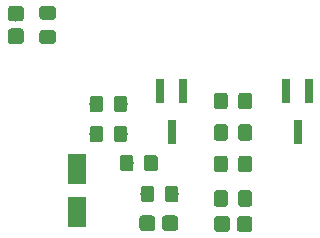
<source format=gbr>
G04 #@! TF.GenerationSoftware,KiCad,Pcbnew,5.0.0-fee4fd1~66~ubuntu18.04.1*
G04 #@! TF.CreationDate,2018-10-10T23:42:05+08:00*
G04 #@! TF.ProjectId,Solid State Relay Kit,536F6C69642053746174652052656C61,rev?*
G04 #@! TF.SameCoordinates,Original*
G04 #@! TF.FileFunction,Paste,Top*
G04 #@! TF.FilePolarity,Positive*
%FSLAX46Y46*%
G04 Gerber Fmt 4.6, Leading zero omitted, Abs format (unit mm)*
G04 Created by KiCad (PCBNEW 5.0.0-fee4fd1~66~ubuntu18.04.1) date Wed Oct 10 23:42:05 2018*
%MOMM*%
%LPD*%
G01*
G04 APERTURE LIST*
%ADD10C,0.100000*%
%ADD11C,1.150000*%
%ADD12R,1.600000X2.600000*%
%ADD13C,1.300000*%
%ADD14R,0.650000X2.000000*%
G04 APERTURE END LIST*
D10*
G04 #@! TO.C,R2*
G36*
X38558910Y-35496202D02*
X38583135Y-35499795D01*
X38606891Y-35505746D01*
X38629949Y-35513996D01*
X38652087Y-35524467D01*
X38673093Y-35537057D01*
X38692763Y-35551645D01*
X38710908Y-35568092D01*
X38727355Y-35586237D01*
X38741943Y-35605907D01*
X38754533Y-35626913D01*
X38765004Y-35649051D01*
X38773254Y-35672109D01*
X38779205Y-35695865D01*
X38782798Y-35720090D01*
X38784000Y-35744550D01*
X38784000Y-36645450D01*
X38782798Y-36669910D01*
X38779205Y-36694135D01*
X38773254Y-36717891D01*
X38765004Y-36740949D01*
X38754533Y-36763087D01*
X38741943Y-36784093D01*
X38727355Y-36803763D01*
X38710908Y-36821908D01*
X38692763Y-36838355D01*
X38673093Y-36852943D01*
X38652087Y-36865533D01*
X38629949Y-36876004D01*
X38606891Y-36884254D01*
X38583135Y-36890205D01*
X38558910Y-36893798D01*
X38534450Y-36895000D01*
X37883550Y-36895000D01*
X37859090Y-36893798D01*
X37834865Y-36890205D01*
X37811109Y-36884254D01*
X37788051Y-36876004D01*
X37765913Y-36865533D01*
X37744907Y-36852943D01*
X37725237Y-36838355D01*
X37707092Y-36821908D01*
X37690645Y-36803763D01*
X37676057Y-36784093D01*
X37663467Y-36763087D01*
X37652996Y-36740949D01*
X37644746Y-36717891D01*
X37638795Y-36694135D01*
X37635202Y-36669910D01*
X37634000Y-36645450D01*
X37634000Y-35744550D01*
X37635202Y-35720090D01*
X37638795Y-35695865D01*
X37644746Y-35672109D01*
X37652996Y-35649051D01*
X37663467Y-35626913D01*
X37676057Y-35605907D01*
X37690645Y-35586237D01*
X37707092Y-35568092D01*
X37725237Y-35551645D01*
X37744907Y-35537057D01*
X37765913Y-35524467D01*
X37788051Y-35513996D01*
X37811109Y-35505746D01*
X37834865Y-35499795D01*
X37859090Y-35496202D01*
X37883550Y-35495000D01*
X38534450Y-35495000D01*
X38558910Y-35496202D01*
X38558910Y-35496202D01*
G37*
D11*
X38209000Y-36195000D03*
D10*
G36*
X40608505Y-35496204D02*
X40632773Y-35499804D01*
X40656572Y-35505765D01*
X40679671Y-35514030D01*
X40701850Y-35524520D01*
X40722893Y-35537132D01*
X40742599Y-35551747D01*
X40760777Y-35568223D01*
X40777253Y-35586401D01*
X40791868Y-35606107D01*
X40804480Y-35627150D01*
X40814970Y-35649329D01*
X40823235Y-35672428D01*
X40829196Y-35696227D01*
X40832796Y-35720495D01*
X40834000Y-35744999D01*
X40834000Y-36645001D01*
X40832796Y-36669505D01*
X40829196Y-36693773D01*
X40823235Y-36717572D01*
X40814970Y-36740671D01*
X40804480Y-36762850D01*
X40791868Y-36783893D01*
X40777253Y-36803599D01*
X40760777Y-36821777D01*
X40742599Y-36838253D01*
X40722893Y-36852868D01*
X40701850Y-36865480D01*
X40679671Y-36875970D01*
X40656572Y-36884235D01*
X40632773Y-36890196D01*
X40608505Y-36893796D01*
X40584001Y-36895000D01*
X39933999Y-36895000D01*
X39909495Y-36893796D01*
X39885227Y-36890196D01*
X39861428Y-36884235D01*
X39838329Y-36875970D01*
X39816150Y-36865480D01*
X39795107Y-36852868D01*
X39775401Y-36838253D01*
X39757223Y-36821777D01*
X39740747Y-36803599D01*
X39726132Y-36783893D01*
X39713520Y-36762850D01*
X39703030Y-36740671D01*
X39694765Y-36717572D01*
X39688804Y-36693773D01*
X39685204Y-36669505D01*
X39684000Y-36645001D01*
X39684000Y-35744999D01*
X39685204Y-35720495D01*
X39688804Y-35696227D01*
X39694765Y-35672428D01*
X39703030Y-35649329D01*
X39713520Y-35627150D01*
X39726132Y-35606107D01*
X39740747Y-35586401D01*
X39757223Y-35568223D01*
X39775401Y-35551747D01*
X39795107Y-35537132D01*
X39816150Y-35524520D01*
X39838329Y-35514030D01*
X39861428Y-35505765D01*
X39885227Y-35499804D01*
X39909495Y-35496204D01*
X39933999Y-35495000D01*
X40584001Y-35495000D01*
X40608505Y-35496204D01*
X40608505Y-35496204D01*
G37*
D11*
X40259000Y-36195000D03*
G04 #@! TD*
D12*
G04 #@! TO.C,C1*
X36601400Y-41735600D03*
X36601400Y-45335600D03*
G04 #@! TD*
D10*
G04 #@! TO.C,D3*
G36*
X49279504Y-45706204D02*
X49303773Y-45709804D01*
X49327571Y-45715765D01*
X49350671Y-45724030D01*
X49372849Y-45734520D01*
X49393893Y-45747133D01*
X49413598Y-45761747D01*
X49431777Y-45778223D01*
X49448253Y-45796402D01*
X49462867Y-45816107D01*
X49475480Y-45837151D01*
X49485970Y-45859329D01*
X49494235Y-45882429D01*
X49500196Y-45906227D01*
X49503796Y-45930496D01*
X49505000Y-45955000D01*
X49505000Y-46755000D01*
X49503796Y-46779504D01*
X49500196Y-46803773D01*
X49494235Y-46827571D01*
X49485970Y-46850671D01*
X49475480Y-46872849D01*
X49462867Y-46893893D01*
X49448253Y-46913598D01*
X49431777Y-46931777D01*
X49413598Y-46948253D01*
X49393893Y-46962867D01*
X49372849Y-46975480D01*
X49350671Y-46985970D01*
X49327571Y-46994235D01*
X49303773Y-47000196D01*
X49279504Y-47003796D01*
X49255000Y-47005000D01*
X48430000Y-47005000D01*
X48405496Y-47003796D01*
X48381227Y-47000196D01*
X48357429Y-46994235D01*
X48334329Y-46985970D01*
X48312151Y-46975480D01*
X48291107Y-46962867D01*
X48271402Y-46948253D01*
X48253223Y-46931777D01*
X48236747Y-46913598D01*
X48222133Y-46893893D01*
X48209520Y-46872849D01*
X48199030Y-46850671D01*
X48190765Y-46827571D01*
X48184804Y-46803773D01*
X48181204Y-46779504D01*
X48180000Y-46755000D01*
X48180000Y-45955000D01*
X48181204Y-45930496D01*
X48184804Y-45906227D01*
X48190765Y-45882429D01*
X48199030Y-45859329D01*
X48209520Y-45837151D01*
X48222133Y-45816107D01*
X48236747Y-45796402D01*
X48253223Y-45778223D01*
X48271402Y-45761747D01*
X48291107Y-45747133D01*
X48312151Y-45734520D01*
X48334329Y-45724030D01*
X48357429Y-45715765D01*
X48381227Y-45709804D01*
X48405496Y-45706204D01*
X48430000Y-45705000D01*
X49255000Y-45705000D01*
X49279504Y-45706204D01*
X49279504Y-45706204D01*
G37*
D13*
X48842500Y-46355000D03*
D10*
G36*
X51204504Y-45706204D02*
X51228773Y-45709804D01*
X51252571Y-45715765D01*
X51275671Y-45724030D01*
X51297849Y-45734520D01*
X51318893Y-45747133D01*
X51338598Y-45761747D01*
X51356777Y-45778223D01*
X51373253Y-45796402D01*
X51387867Y-45816107D01*
X51400480Y-45837151D01*
X51410970Y-45859329D01*
X51419235Y-45882429D01*
X51425196Y-45906227D01*
X51428796Y-45930496D01*
X51430000Y-45955000D01*
X51430000Y-46755000D01*
X51428796Y-46779504D01*
X51425196Y-46803773D01*
X51419235Y-46827571D01*
X51410970Y-46850671D01*
X51400480Y-46872849D01*
X51387867Y-46893893D01*
X51373253Y-46913598D01*
X51356777Y-46931777D01*
X51338598Y-46948253D01*
X51318893Y-46962867D01*
X51297849Y-46975480D01*
X51275671Y-46985970D01*
X51252571Y-46994235D01*
X51228773Y-47000196D01*
X51204504Y-47003796D01*
X51180000Y-47005000D01*
X50355000Y-47005000D01*
X50330496Y-47003796D01*
X50306227Y-47000196D01*
X50282429Y-46994235D01*
X50259329Y-46985970D01*
X50237151Y-46975480D01*
X50216107Y-46962867D01*
X50196402Y-46948253D01*
X50178223Y-46931777D01*
X50161747Y-46913598D01*
X50147133Y-46893893D01*
X50134520Y-46872849D01*
X50124030Y-46850671D01*
X50115765Y-46827571D01*
X50109804Y-46803773D01*
X50106204Y-46779504D01*
X50105000Y-46755000D01*
X50105000Y-45955000D01*
X50106204Y-45930496D01*
X50109804Y-45906227D01*
X50115765Y-45882429D01*
X50124030Y-45859329D01*
X50134520Y-45837151D01*
X50147133Y-45816107D01*
X50161747Y-45796402D01*
X50178223Y-45778223D01*
X50196402Y-45761747D01*
X50216107Y-45747133D01*
X50237151Y-45734520D01*
X50259329Y-45724030D01*
X50282429Y-45715765D01*
X50306227Y-45709804D01*
X50330496Y-45706204D01*
X50355000Y-45705000D01*
X51180000Y-45705000D01*
X51204504Y-45706204D01*
X51204504Y-45706204D01*
G37*
D13*
X50767500Y-46355000D03*
G04 #@! TD*
D14*
G04 #@! TO.C,Q2*
X56195000Y-35120000D03*
X54295000Y-35120000D03*
X55245000Y-38540000D03*
G04 #@! TD*
D10*
G04 #@! TO.C,R9*
G36*
X51149505Y-40576204D02*
X51173773Y-40579804D01*
X51197572Y-40585765D01*
X51220671Y-40594030D01*
X51242850Y-40604520D01*
X51263893Y-40617132D01*
X51283599Y-40631747D01*
X51301777Y-40648223D01*
X51318253Y-40666401D01*
X51332868Y-40686107D01*
X51345480Y-40707150D01*
X51355970Y-40729329D01*
X51364235Y-40752428D01*
X51370196Y-40776227D01*
X51373796Y-40800495D01*
X51375000Y-40824999D01*
X51375000Y-41725001D01*
X51373796Y-41749505D01*
X51370196Y-41773773D01*
X51364235Y-41797572D01*
X51355970Y-41820671D01*
X51345480Y-41842850D01*
X51332868Y-41863893D01*
X51318253Y-41883599D01*
X51301777Y-41901777D01*
X51283599Y-41918253D01*
X51263893Y-41932868D01*
X51242850Y-41945480D01*
X51220671Y-41955970D01*
X51197572Y-41964235D01*
X51173773Y-41970196D01*
X51149505Y-41973796D01*
X51125001Y-41975000D01*
X50474999Y-41975000D01*
X50450495Y-41973796D01*
X50426227Y-41970196D01*
X50402428Y-41964235D01*
X50379329Y-41955970D01*
X50357150Y-41945480D01*
X50336107Y-41932868D01*
X50316401Y-41918253D01*
X50298223Y-41901777D01*
X50281747Y-41883599D01*
X50267132Y-41863893D01*
X50254520Y-41842850D01*
X50244030Y-41820671D01*
X50235765Y-41797572D01*
X50229804Y-41773773D01*
X50226204Y-41749505D01*
X50225000Y-41725001D01*
X50225000Y-40824999D01*
X50226204Y-40800495D01*
X50229804Y-40776227D01*
X50235765Y-40752428D01*
X50244030Y-40729329D01*
X50254520Y-40707150D01*
X50267132Y-40686107D01*
X50281747Y-40666401D01*
X50298223Y-40648223D01*
X50316401Y-40631747D01*
X50336107Y-40617132D01*
X50357150Y-40604520D01*
X50379329Y-40594030D01*
X50402428Y-40585765D01*
X50426227Y-40579804D01*
X50450495Y-40576204D01*
X50474999Y-40575000D01*
X51125001Y-40575000D01*
X51149505Y-40576204D01*
X51149505Y-40576204D01*
G37*
D11*
X50800000Y-41275000D03*
D10*
G36*
X49099505Y-40576204D02*
X49123773Y-40579804D01*
X49147572Y-40585765D01*
X49170671Y-40594030D01*
X49192850Y-40604520D01*
X49213893Y-40617132D01*
X49233599Y-40631747D01*
X49251777Y-40648223D01*
X49268253Y-40666401D01*
X49282868Y-40686107D01*
X49295480Y-40707150D01*
X49305970Y-40729329D01*
X49314235Y-40752428D01*
X49320196Y-40776227D01*
X49323796Y-40800495D01*
X49325000Y-40824999D01*
X49325000Y-41725001D01*
X49323796Y-41749505D01*
X49320196Y-41773773D01*
X49314235Y-41797572D01*
X49305970Y-41820671D01*
X49295480Y-41842850D01*
X49282868Y-41863893D01*
X49268253Y-41883599D01*
X49251777Y-41901777D01*
X49233599Y-41918253D01*
X49213893Y-41932868D01*
X49192850Y-41945480D01*
X49170671Y-41955970D01*
X49147572Y-41964235D01*
X49123773Y-41970196D01*
X49099505Y-41973796D01*
X49075001Y-41975000D01*
X48424999Y-41975000D01*
X48400495Y-41973796D01*
X48376227Y-41970196D01*
X48352428Y-41964235D01*
X48329329Y-41955970D01*
X48307150Y-41945480D01*
X48286107Y-41932868D01*
X48266401Y-41918253D01*
X48248223Y-41901777D01*
X48231747Y-41883599D01*
X48217132Y-41863893D01*
X48204520Y-41842850D01*
X48194030Y-41820671D01*
X48185765Y-41797572D01*
X48179804Y-41773773D01*
X48176204Y-41749505D01*
X48175000Y-41725001D01*
X48175000Y-40824999D01*
X48176204Y-40800495D01*
X48179804Y-40776227D01*
X48185765Y-40752428D01*
X48194030Y-40729329D01*
X48204520Y-40707150D01*
X48217132Y-40686107D01*
X48231747Y-40666401D01*
X48248223Y-40648223D01*
X48266401Y-40631747D01*
X48286107Y-40617132D01*
X48307150Y-40604520D01*
X48329329Y-40594030D01*
X48352428Y-40585765D01*
X48376227Y-40579804D01*
X48400495Y-40576204D01*
X48424999Y-40575000D01*
X49075001Y-40575000D01*
X49099505Y-40576204D01*
X49099505Y-40576204D01*
G37*
D11*
X48750000Y-41275000D03*
G04 #@! TD*
D10*
G04 #@! TO.C,R8*
G36*
X49099505Y-43497204D02*
X49123773Y-43500804D01*
X49147572Y-43506765D01*
X49170671Y-43515030D01*
X49192850Y-43525520D01*
X49213893Y-43538132D01*
X49233599Y-43552747D01*
X49251777Y-43569223D01*
X49268253Y-43587401D01*
X49282868Y-43607107D01*
X49295480Y-43628150D01*
X49305970Y-43650329D01*
X49314235Y-43673428D01*
X49320196Y-43697227D01*
X49323796Y-43721495D01*
X49325000Y-43745999D01*
X49325000Y-44646001D01*
X49323796Y-44670505D01*
X49320196Y-44694773D01*
X49314235Y-44718572D01*
X49305970Y-44741671D01*
X49295480Y-44763850D01*
X49282868Y-44784893D01*
X49268253Y-44804599D01*
X49251777Y-44822777D01*
X49233599Y-44839253D01*
X49213893Y-44853868D01*
X49192850Y-44866480D01*
X49170671Y-44876970D01*
X49147572Y-44885235D01*
X49123773Y-44891196D01*
X49099505Y-44894796D01*
X49075001Y-44896000D01*
X48424999Y-44896000D01*
X48400495Y-44894796D01*
X48376227Y-44891196D01*
X48352428Y-44885235D01*
X48329329Y-44876970D01*
X48307150Y-44866480D01*
X48286107Y-44853868D01*
X48266401Y-44839253D01*
X48248223Y-44822777D01*
X48231747Y-44804599D01*
X48217132Y-44784893D01*
X48204520Y-44763850D01*
X48194030Y-44741671D01*
X48185765Y-44718572D01*
X48179804Y-44694773D01*
X48176204Y-44670505D01*
X48175000Y-44646001D01*
X48175000Y-43745999D01*
X48176204Y-43721495D01*
X48179804Y-43697227D01*
X48185765Y-43673428D01*
X48194030Y-43650329D01*
X48204520Y-43628150D01*
X48217132Y-43607107D01*
X48231747Y-43587401D01*
X48248223Y-43569223D01*
X48266401Y-43552747D01*
X48286107Y-43538132D01*
X48307150Y-43525520D01*
X48329329Y-43515030D01*
X48352428Y-43506765D01*
X48376227Y-43500804D01*
X48400495Y-43497204D01*
X48424999Y-43496000D01*
X49075001Y-43496000D01*
X49099505Y-43497204D01*
X49099505Y-43497204D01*
G37*
D11*
X48750000Y-44196000D03*
D10*
G36*
X51149505Y-43497204D02*
X51173773Y-43500804D01*
X51197572Y-43506765D01*
X51220671Y-43515030D01*
X51242850Y-43525520D01*
X51263893Y-43538132D01*
X51283599Y-43552747D01*
X51301777Y-43569223D01*
X51318253Y-43587401D01*
X51332868Y-43607107D01*
X51345480Y-43628150D01*
X51355970Y-43650329D01*
X51364235Y-43673428D01*
X51370196Y-43697227D01*
X51373796Y-43721495D01*
X51375000Y-43745999D01*
X51375000Y-44646001D01*
X51373796Y-44670505D01*
X51370196Y-44694773D01*
X51364235Y-44718572D01*
X51355970Y-44741671D01*
X51345480Y-44763850D01*
X51332868Y-44784893D01*
X51318253Y-44804599D01*
X51301777Y-44822777D01*
X51283599Y-44839253D01*
X51263893Y-44853868D01*
X51242850Y-44866480D01*
X51220671Y-44876970D01*
X51197572Y-44885235D01*
X51173773Y-44891196D01*
X51149505Y-44894796D01*
X51125001Y-44896000D01*
X50474999Y-44896000D01*
X50450495Y-44894796D01*
X50426227Y-44891196D01*
X50402428Y-44885235D01*
X50379329Y-44876970D01*
X50357150Y-44866480D01*
X50336107Y-44853868D01*
X50316401Y-44839253D01*
X50298223Y-44822777D01*
X50281747Y-44804599D01*
X50267132Y-44784893D01*
X50254520Y-44763850D01*
X50244030Y-44741671D01*
X50235765Y-44718572D01*
X50229804Y-44694773D01*
X50226204Y-44670505D01*
X50225000Y-44646001D01*
X50225000Y-43745999D01*
X50226204Y-43721495D01*
X50229804Y-43697227D01*
X50235765Y-43673428D01*
X50244030Y-43650329D01*
X50254520Y-43628150D01*
X50267132Y-43607107D01*
X50281747Y-43587401D01*
X50298223Y-43569223D01*
X50316401Y-43552747D01*
X50336107Y-43538132D01*
X50357150Y-43525520D01*
X50379329Y-43515030D01*
X50402428Y-43506765D01*
X50426227Y-43500804D01*
X50450495Y-43497204D01*
X50474999Y-43496000D01*
X51125001Y-43496000D01*
X51149505Y-43497204D01*
X51149505Y-43497204D01*
G37*
D11*
X50800000Y-44196000D03*
G04 #@! TD*
D10*
G04 #@! TO.C,R7*
G36*
X51149505Y-35242204D02*
X51173773Y-35245804D01*
X51197572Y-35251765D01*
X51220671Y-35260030D01*
X51242850Y-35270520D01*
X51263893Y-35283132D01*
X51283599Y-35297747D01*
X51301777Y-35314223D01*
X51318253Y-35332401D01*
X51332868Y-35352107D01*
X51345480Y-35373150D01*
X51355970Y-35395329D01*
X51364235Y-35418428D01*
X51370196Y-35442227D01*
X51373796Y-35466495D01*
X51375000Y-35490999D01*
X51375000Y-36391001D01*
X51373796Y-36415505D01*
X51370196Y-36439773D01*
X51364235Y-36463572D01*
X51355970Y-36486671D01*
X51345480Y-36508850D01*
X51332868Y-36529893D01*
X51318253Y-36549599D01*
X51301777Y-36567777D01*
X51283599Y-36584253D01*
X51263893Y-36598868D01*
X51242850Y-36611480D01*
X51220671Y-36621970D01*
X51197572Y-36630235D01*
X51173773Y-36636196D01*
X51149505Y-36639796D01*
X51125001Y-36641000D01*
X50474999Y-36641000D01*
X50450495Y-36639796D01*
X50426227Y-36636196D01*
X50402428Y-36630235D01*
X50379329Y-36621970D01*
X50357150Y-36611480D01*
X50336107Y-36598868D01*
X50316401Y-36584253D01*
X50298223Y-36567777D01*
X50281747Y-36549599D01*
X50267132Y-36529893D01*
X50254520Y-36508850D01*
X50244030Y-36486671D01*
X50235765Y-36463572D01*
X50229804Y-36439773D01*
X50226204Y-36415505D01*
X50225000Y-36391001D01*
X50225000Y-35490999D01*
X50226204Y-35466495D01*
X50229804Y-35442227D01*
X50235765Y-35418428D01*
X50244030Y-35395329D01*
X50254520Y-35373150D01*
X50267132Y-35352107D01*
X50281747Y-35332401D01*
X50298223Y-35314223D01*
X50316401Y-35297747D01*
X50336107Y-35283132D01*
X50357150Y-35270520D01*
X50379329Y-35260030D01*
X50402428Y-35251765D01*
X50426227Y-35245804D01*
X50450495Y-35242204D01*
X50474999Y-35241000D01*
X51125001Y-35241000D01*
X51149505Y-35242204D01*
X51149505Y-35242204D01*
G37*
D11*
X50800000Y-35941000D03*
D10*
G36*
X49099505Y-35242204D02*
X49123773Y-35245804D01*
X49147572Y-35251765D01*
X49170671Y-35260030D01*
X49192850Y-35270520D01*
X49213893Y-35283132D01*
X49233599Y-35297747D01*
X49251777Y-35314223D01*
X49268253Y-35332401D01*
X49282868Y-35352107D01*
X49295480Y-35373150D01*
X49305970Y-35395329D01*
X49314235Y-35418428D01*
X49320196Y-35442227D01*
X49323796Y-35466495D01*
X49325000Y-35490999D01*
X49325000Y-36391001D01*
X49323796Y-36415505D01*
X49320196Y-36439773D01*
X49314235Y-36463572D01*
X49305970Y-36486671D01*
X49295480Y-36508850D01*
X49282868Y-36529893D01*
X49268253Y-36549599D01*
X49251777Y-36567777D01*
X49233599Y-36584253D01*
X49213893Y-36598868D01*
X49192850Y-36611480D01*
X49170671Y-36621970D01*
X49147572Y-36630235D01*
X49123773Y-36636196D01*
X49099505Y-36639796D01*
X49075001Y-36641000D01*
X48424999Y-36641000D01*
X48400495Y-36639796D01*
X48376227Y-36636196D01*
X48352428Y-36630235D01*
X48329329Y-36621970D01*
X48307150Y-36611480D01*
X48286107Y-36598868D01*
X48266401Y-36584253D01*
X48248223Y-36567777D01*
X48231747Y-36549599D01*
X48217132Y-36529893D01*
X48204520Y-36508850D01*
X48194030Y-36486671D01*
X48185765Y-36463572D01*
X48179804Y-36439773D01*
X48176204Y-36415505D01*
X48175000Y-36391001D01*
X48175000Y-35490999D01*
X48176204Y-35466495D01*
X48179804Y-35442227D01*
X48185765Y-35418428D01*
X48194030Y-35395329D01*
X48204520Y-35373150D01*
X48217132Y-35352107D01*
X48231747Y-35332401D01*
X48248223Y-35314223D01*
X48266401Y-35297747D01*
X48286107Y-35283132D01*
X48307150Y-35270520D01*
X48329329Y-35260030D01*
X48352428Y-35251765D01*
X48376227Y-35245804D01*
X48400495Y-35242204D01*
X48424999Y-35241000D01*
X49075001Y-35241000D01*
X49099505Y-35242204D01*
X49099505Y-35242204D01*
G37*
D11*
X48750000Y-35941000D03*
G04 #@! TD*
D10*
G04 #@! TO.C,R6*
G36*
X51149505Y-37909204D02*
X51173773Y-37912804D01*
X51197572Y-37918765D01*
X51220671Y-37927030D01*
X51242850Y-37937520D01*
X51263893Y-37950132D01*
X51283599Y-37964747D01*
X51301777Y-37981223D01*
X51318253Y-37999401D01*
X51332868Y-38019107D01*
X51345480Y-38040150D01*
X51355970Y-38062329D01*
X51364235Y-38085428D01*
X51370196Y-38109227D01*
X51373796Y-38133495D01*
X51375000Y-38157999D01*
X51375000Y-39058001D01*
X51373796Y-39082505D01*
X51370196Y-39106773D01*
X51364235Y-39130572D01*
X51355970Y-39153671D01*
X51345480Y-39175850D01*
X51332868Y-39196893D01*
X51318253Y-39216599D01*
X51301777Y-39234777D01*
X51283599Y-39251253D01*
X51263893Y-39265868D01*
X51242850Y-39278480D01*
X51220671Y-39288970D01*
X51197572Y-39297235D01*
X51173773Y-39303196D01*
X51149505Y-39306796D01*
X51125001Y-39308000D01*
X50474999Y-39308000D01*
X50450495Y-39306796D01*
X50426227Y-39303196D01*
X50402428Y-39297235D01*
X50379329Y-39288970D01*
X50357150Y-39278480D01*
X50336107Y-39265868D01*
X50316401Y-39251253D01*
X50298223Y-39234777D01*
X50281747Y-39216599D01*
X50267132Y-39196893D01*
X50254520Y-39175850D01*
X50244030Y-39153671D01*
X50235765Y-39130572D01*
X50229804Y-39106773D01*
X50226204Y-39082505D01*
X50225000Y-39058001D01*
X50225000Y-38157999D01*
X50226204Y-38133495D01*
X50229804Y-38109227D01*
X50235765Y-38085428D01*
X50244030Y-38062329D01*
X50254520Y-38040150D01*
X50267132Y-38019107D01*
X50281747Y-37999401D01*
X50298223Y-37981223D01*
X50316401Y-37964747D01*
X50336107Y-37950132D01*
X50357150Y-37937520D01*
X50379329Y-37927030D01*
X50402428Y-37918765D01*
X50426227Y-37912804D01*
X50450495Y-37909204D01*
X50474999Y-37908000D01*
X51125001Y-37908000D01*
X51149505Y-37909204D01*
X51149505Y-37909204D01*
G37*
D11*
X50800000Y-38608000D03*
D10*
G36*
X49099505Y-37909204D02*
X49123773Y-37912804D01*
X49147572Y-37918765D01*
X49170671Y-37927030D01*
X49192850Y-37937520D01*
X49213893Y-37950132D01*
X49233599Y-37964747D01*
X49251777Y-37981223D01*
X49268253Y-37999401D01*
X49282868Y-38019107D01*
X49295480Y-38040150D01*
X49305970Y-38062329D01*
X49314235Y-38085428D01*
X49320196Y-38109227D01*
X49323796Y-38133495D01*
X49325000Y-38157999D01*
X49325000Y-39058001D01*
X49323796Y-39082505D01*
X49320196Y-39106773D01*
X49314235Y-39130572D01*
X49305970Y-39153671D01*
X49295480Y-39175850D01*
X49282868Y-39196893D01*
X49268253Y-39216599D01*
X49251777Y-39234777D01*
X49233599Y-39251253D01*
X49213893Y-39265868D01*
X49192850Y-39278480D01*
X49170671Y-39288970D01*
X49147572Y-39297235D01*
X49123773Y-39303196D01*
X49099505Y-39306796D01*
X49075001Y-39308000D01*
X48424999Y-39308000D01*
X48400495Y-39306796D01*
X48376227Y-39303196D01*
X48352428Y-39297235D01*
X48329329Y-39288970D01*
X48307150Y-39278480D01*
X48286107Y-39265868D01*
X48266401Y-39251253D01*
X48248223Y-39234777D01*
X48231747Y-39216599D01*
X48217132Y-39196893D01*
X48204520Y-39175850D01*
X48194030Y-39153671D01*
X48185765Y-39130572D01*
X48179804Y-39106773D01*
X48176204Y-39082505D01*
X48175000Y-39058001D01*
X48175000Y-38157999D01*
X48176204Y-38133495D01*
X48179804Y-38109227D01*
X48185765Y-38085428D01*
X48194030Y-38062329D01*
X48204520Y-38040150D01*
X48217132Y-38019107D01*
X48231747Y-37999401D01*
X48248223Y-37981223D01*
X48266401Y-37964747D01*
X48286107Y-37950132D01*
X48307150Y-37937520D01*
X48329329Y-37927030D01*
X48352428Y-37918765D01*
X48376227Y-37912804D01*
X48400495Y-37909204D01*
X48424999Y-37908000D01*
X49075001Y-37908000D01*
X49099505Y-37909204D01*
X49099505Y-37909204D01*
G37*
D11*
X48750000Y-38608000D03*
G04 #@! TD*
D14*
G04 #@! TO.C,Q1*
X44577000Y-38540000D03*
X43627000Y-35120000D03*
X45527000Y-35120000D03*
G04 #@! TD*
D10*
G04 #@! TO.C,D1*
G36*
X42962004Y-45630004D02*
X42986273Y-45633604D01*
X43010071Y-45639565D01*
X43033171Y-45647830D01*
X43055349Y-45658320D01*
X43076393Y-45670933D01*
X43096098Y-45685547D01*
X43114277Y-45702023D01*
X43130753Y-45720202D01*
X43145367Y-45739907D01*
X43157980Y-45760951D01*
X43168470Y-45783129D01*
X43176735Y-45806229D01*
X43182696Y-45830027D01*
X43186296Y-45854296D01*
X43187500Y-45878800D01*
X43187500Y-46678800D01*
X43186296Y-46703304D01*
X43182696Y-46727573D01*
X43176735Y-46751371D01*
X43168470Y-46774471D01*
X43157980Y-46796649D01*
X43145367Y-46817693D01*
X43130753Y-46837398D01*
X43114277Y-46855577D01*
X43096098Y-46872053D01*
X43076393Y-46886667D01*
X43055349Y-46899280D01*
X43033171Y-46909770D01*
X43010071Y-46918035D01*
X42986273Y-46923996D01*
X42962004Y-46927596D01*
X42937500Y-46928800D01*
X42112500Y-46928800D01*
X42087996Y-46927596D01*
X42063727Y-46923996D01*
X42039929Y-46918035D01*
X42016829Y-46909770D01*
X41994651Y-46899280D01*
X41973607Y-46886667D01*
X41953902Y-46872053D01*
X41935723Y-46855577D01*
X41919247Y-46837398D01*
X41904633Y-46817693D01*
X41892020Y-46796649D01*
X41881530Y-46774471D01*
X41873265Y-46751371D01*
X41867304Y-46727573D01*
X41863704Y-46703304D01*
X41862500Y-46678800D01*
X41862500Y-45878800D01*
X41863704Y-45854296D01*
X41867304Y-45830027D01*
X41873265Y-45806229D01*
X41881530Y-45783129D01*
X41892020Y-45760951D01*
X41904633Y-45739907D01*
X41919247Y-45720202D01*
X41935723Y-45702023D01*
X41953902Y-45685547D01*
X41973607Y-45670933D01*
X41994651Y-45658320D01*
X42016829Y-45647830D01*
X42039929Y-45639565D01*
X42063727Y-45633604D01*
X42087996Y-45630004D01*
X42112500Y-45628800D01*
X42937500Y-45628800D01*
X42962004Y-45630004D01*
X42962004Y-45630004D01*
G37*
D13*
X42525000Y-46278800D03*
D10*
G36*
X44887004Y-45630004D02*
X44911273Y-45633604D01*
X44935071Y-45639565D01*
X44958171Y-45647830D01*
X44980349Y-45658320D01*
X45001393Y-45670933D01*
X45021098Y-45685547D01*
X45039277Y-45702023D01*
X45055753Y-45720202D01*
X45070367Y-45739907D01*
X45082980Y-45760951D01*
X45093470Y-45783129D01*
X45101735Y-45806229D01*
X45107696Y-45830027D01*
X45111296Y-45854296D01*
X45112500Y-45878800D01*
X45112500Y-46678800D01*
X45111296Y-46703304D01*
X45107696Y-46727573D01*
X45101735Y-46751371D01*
X45093470Y-46774471D01*
X45082980Y-46796649D01*
X45070367Y-46817693D01*
X45055753Y-46837398D01*
X45039277Y-46855577D01*
X45021098Y-46872053D01*
X45001393Y-46886667D01*
X44980349Y-46899280D01*
X44958171Y-46909770D01*
X44935071Y-46918035D01*
X44911273Y-46923996D01*
X44887004Y-46927596D01*
X44862500Y-46928800D01*
X44037500Y-46928800D01*
X44012996Y-46927596D01*
X43988727Y-46923996D01*
X43964929Y-46918035D01*
X43941829Y-46909770D01*
X43919651Y-46899280D01*
X43898607Y-46886667D01*
X43878902Y-46872053D01*
X43860723Y-46855577D01*
X43844247Y-46837398D01*
X43829633Y-46817693D01*
X43817020Y-46796649D01*
X43806530Y-46774471D01*
X43798265Y-46751371D01*
X43792304Y-46727573D01*
X43788704Y-46703304D01*
X43787500Y-46678800D01*
X43787500Y-45878800D01*
X43788704Y-45854296D01*
X43792304Y-45830027D01*
X43798265Y-45806229D01*
X43806530Y-45783129D01*
X43817020Y-45760951D01*
X43829633Y-45739907D01*
X43844247Y-45720202D01*
X43860723Y-45702023D01*
X43878902Y-45685547D01*
X43898607Y-45670933D01*
X43919651Y-45658320D01*
X43941829Y-45647830D01*
X43964929Y-45639565D01*
X43988727Y-45633604D01*
X44012996Y-45630004D01*
X44037500Y-45628800D01*
X44862500Y-45628800D01*
X44887004Y-45630004D01*
X44887004Y-45630004D01*
G37*
D13*
X44450000Y-46278800D03*
G04 #@! TD*
D10*
G04 #@! TO.C,D2*
G36*
X31822424Y-29795748D02*
X31846693Y-29799348D01*
X31870491Y-29805309D01*
X31893591Y-29813574D01*
X31915769Y-29824064D01*
X31936813Y-29836677D01*
X31956518Y-29851291D01*
X31974697Y-29867767D01*
X31991173Y-29885946D01*
X32005787Y-29905651D01*
X32018400Y-29926695D01*
X32028890Y-29948873D01*
X32037155Y-29971973D01*
X32043116Y-29995771D01*
X32046716Y-30020040D01*
X32047920Y-30044544D01*
X32047920Y-30869544D01*
X32046716Y-30894048D01*
X32043116Y-30918317D01*
X32037155Y-30942115D01*
X32028890Y-30965215D01*
X32018400Y-30987393D01*
X32005787Y-31008437D01*
X31991173Y-31028142D01*
X31974697Y-31046321D01*
X31956518Y-31062797D01*
X31936813Y-31077411D01*
X31915769Y-31090024D01*
X31893591Y-31100514D01*
X31870491Y-31108779D01*
X31846693Y-31114740D01*
X31822424Y-31118340D01*
X31797920Y-31119544D01*
X30997920Y-31119544D01*
X30973416Y-31118340D01*
X30949147Y-31114740D01*
X30925349Y-31108779D01*
X30902249Y-31100514D01*
X30880071Y-31090024D01*
X30859027Y-31077411D01*
X30839322Y-31062797D01*
X30821143Y-31046321D01*
X30804667Y-31028142D01*
X30790053Y-31008437D01*
X30777440Y-30987393D01*
X30766950Y-30965215D01*
X30758685Y-30942115D01*
X30752724Y-30918317D01*
X30749124Y-30894048D01*
X30747920Y-30869544D01*
X30747920Y-30044544D01*
X30749124Y-30020040D01*
X30752724Y-29995771D01*
X30758685Y-29971973D01*
X30766950Y-29948873D01*
X30777440Y-29926695D01*
X30790053Y-29905651D01*
X30804667Y-29885946D01*
X30821143Y-29867767D01*
X30839322Y-29851291D01*
X30859027Y-29836677D01*
X30880071Y-29824064D01*
X30902249Y-29813574D01*
X30925349Y-29805309D01*
X30949147Y-29799348D01*
X30973416Y-29795748D01*
X30997920Y-29794544D01*
X31797920Y-29794544D01*
X31822424Y-29795748D01*
X31822424Y-29795748D01*
G37*
D13*
X31397920Y-30457044D03*
D10*
G36*
X31822424Y-27870748D02*
X31846693Y-27874348D01*
X31870491Y-27880309D01*
X31893591Y-27888574D01*
X31915769Y-27899064D01*
X31936813Y-27911677D01*
X31956518Y-27926291D01*
X31974697Y-27942767D01*
X31991173Y-27960946D01*
X32005787Y-27980651D01*
X32018400Y-28001695D01*
X32028890Y-28023873D01*
X32037155Y-28046973D01*
X32043116Y-28070771D01*
X32046716Y-28095040D01*
X32047920Y-28119544D01*
X32047920Y-28944544D01*
X32046716Y-28969048D01*
X32043116Y-28993317D01*
X32037155Y-29017115D01*
X32028890Y-29040215D01*
X32018400Y-29062393D01*
X32005787Y-29083437D01*
X31991173Y-29103142D01*
X31974697Y-29121321D01*
X31956518Y-29137797D01*
X31936813Y-29152411D01*
X31915769Y-29165024D01*
X31893591Y-29175514D01*
X31870491Y-29183779D01*
X31846693Y-29189740D01*
X31822424Y-29193340D01*
X31797920Y-29194544D01*
X30997920Y-29194544D01*
X30973416Y-29193340D01*
X30949147Y-29189740D01*
X30925349Y-29183779D01*
X30902249Y-29175514D01*
X30880071Y-29165024D01*
X30859027Y-29152411D01*
X30839322Y-29137797D01*
X30821143Y-29121321D01*
X30804667Y-29103142D01*
X30790053Y-29083437D01*
X30777440Y-29062393D01*
X30766950Y-29040215D01*
X30758685Y-29017115D01*
X30752724Y-28993317D01*
X30749124Y-28969048D01*
X30747920Y-28944544D01*
X30747920Y-28119544D01*
X30749124Y-28095040D01*
X30752724Y-28070771D01*
X30758685Y-28046973D01*
X30766950Y-28023873D01*
X30777440Y-28001695D01*
X30790053Y-27980651D01*
X30804667Y-27960946D01*
X30821143Y-27942767D01*
X30839322Y-27926291D01*
X30859027Y-27911677D01*
X30880071Y-27899064D01*
X30902249Y-27888574D01*
X30925349Y-27880309D01*
X30949147Y-27874348D01*
X30973416Y-27870748D01*
X30997920Y-27869544D01*
X31797920Y-27869544D01*
X31822424Y-27870748D01*
X31822424Y-27870748D01*
G37*
D13*
X31397920Y-28532044D03*
G04 #@! TD*
D10*
G04 #@! TO.C,R1*
G36*
X38558505Y-38036204D02*
X38582773Y-38039804D01*
X38606572Y-38045765D01*
X38629671Y-38054030D01*
X38651850Y-38064520D01*
X38672893Y-38077132D01*
X38692599Y-38091747D01*
X38710777Y-38108223D01*
X38727253Y-38126401D01*
X38741868Y-38146107D01*
X38754480Y-38167150D01*
X38764970Y-38189329D01*
X38773235Y-38212428D01*
X38779196Y-38236227D01*
X38782796Y-38260495D01*
X38784000Y-38284999D01*
X38784000Y-39185001D01*
X38782796Y-39209505D01*
X38779196Y-39233773D01*
X38773235Y-39257572D01*
X38764970Y-39280671D01*
X38754480Y-39302850D01*
X38741868Y-39323893D01*
X38727253Y-39343599D01*
X38710777Y-39361777D01*
X38692599Y-39378253D01*
X38672893Y-39392868D01*
X38651850Y-39405480D01*
X38629671Y-39415970D01*
X38606572Y-39424235D01*
X38582773Y-39430196D01*
X38558505Y-39433796D01*
X38534001Y-39435000D01*
X37883999Y-39435000D01*
X37859495Y-39433796D01*
X37835227Y-39430196D01*
X37811428Y-39424235D01*
X37788329Y-39415970D01*
X37766150Y-39405480D01*
X37745107Y-39392868D01*
X37725401Y-39378253D01*
X37707223Y-39361777D01*
X37690747Y-39343599D01*
X37676132Y-39323893D01*
X37663520Y-39302850D01*
X37653030Y-39280671D01*
X37644765Y-39257572D01*
X37638804Y-39233773D01*
X37635204Y-39209505D01*
X37634000Y-39185001D01*
X37634000Y-38284999D01*
X37635204Y-38260495D01*
X37638804Y-38236227D01*
X37644765Y-38212428D01*
X37653030Y-38189329D01*
X37663520Y-38167150D01*
X37676132Y-38146107D01*
X37690747Y-38126401D01*
X37707223Y-38108223D01*
X37725401Y-38091747D01*
X37745107Y-38077132D01*
X37766150Y-38064520D01*
X37788329Y-38054030D01*
X37811428Y-38045765D01*
X37835227Y-38039804D01*
X37859495Y-38036204D01*
X37883999Y-38035000D01*
X38534001Y-38035000D01*
X38558505Y-38036204D01*
X38558505Y-38036204D01*
G37*
D11*
X38209000Y-38735000D03*
D10*
G36*
X40608505Y-38036204D02*
X40632773Y-38039804D01*
X40656572Y-38045765D01*
X40679671Y-38054030D01*
X40701850Y-38064520D01*
X40722893Y-38077132D01*
X40742599Y-38091747D01*
X40760777Y-38108223D01*
X40777253Y-38126401D01*
X40791868Y-38146107D01*
X40804480Y-38167150D01*
X40814970Y-38189329D01*
X40823235Y-38212428D01*
X40829196Y-38236227D01*
X40832796Y-38260495D01*
X40834000Y-38284999D01*
X40834000Y-39185001D01*
X40832796Y-39209505D01*
X40829196Y-39233773D01*
X40823235Y-39257572D01*
X40814970Y-39280671D01*
X40804480Y-39302850D01*
X40791868Y-39323893D01*
X40777253Y-39343599D01*
X40760777Y-39361777D01*
X40742599Y-39378253D01*
X40722893Y-39392868D01*
X40701850Y-39405480D01*
X40679671Y-39415970D01*
X40656572Y-39424235D01*
X40632773Y-39430196D01*
X40608505Y-39433796D01*
X40584001Y-39435000D01*
X39933999Y-39435000D01*
X39909495Y-39433796D01*
X39885227Y-39430196D01*
X39861428Y-39424235D01*
X39838329Y-39415970D01*
X39816150Y-39405480D01*
X39795107Y-39392868D01*
X39775401Y-39378253D01*
X39757223Y-39361777D01*
X39740747Y-39343599D01*
X39726132Y-39323893D01*
X39713520Y-39302850D01*
X39703030Y-39280671D01*
X39694765Y-39257572D01*
X39688804Y-39233773D01*
X39685204Y-39209505D01*
X39684000Y-39185001D01*
X39684000Y-38284999D01*
X39685204Y-38260495D01*
X39688804Y-38236227D01*
X39694765Y-38212428D01*
X39703030Y-38189329D01*
X39713520Y-38167150D01*
X39726132Y-38146107D01*
X39740747Y-38126401D01*
X39757223Y-38108223D01*
X39775401Y-38091747D01*
X39795107Y-38077132D01*
X39816150Y-38064520D01*
X39838329Y-38054030D01*
X39861428Y-38045765D01*
X39885227Y-38039804D01*
X39909495Y-38036204D01*
X39933999Y-38035000D01*
X40584001Y-38035000D01*
X40608505Y-38036204D01*
X40608505Y-38036204D01*
G37*
D11*
X40259000Y-38735000D03*
G04 #@! TD*
D10*
G04 #@! TO.C,R3*
G36*
X42885505Y-43116204D02*
X42909773Y-43119804D01*
X42933572Y-43125765D01*
X42956671Y-43134030D01*
X42978850Y-43144520D01*
X42999893Y-43157132D01*
X43019599Y-43171747D01*
X43037777Y-43188223D01*
X43054253Y-43206401D01*
X43068868Y-43226107D01*
X43081480Y-43247150D01*
X43091970Y-43269329D01*
X43100235Y-43292428D01*
X43106196Y-43316227D01*
X43109796Y-43340495D01*
X43111000Y-43364999D01*
X43111000Y-44265001D01*
X43109796Y-44289505D01*
X43106196Y-44313773D01*
X43100235Y-44337572D01*
X43091970Y-44360671D01*
X43081480Y-44382850D01*
X43068868Y-44403893D01*
X43054253Y-44423599D01*
X43037777Y-44441777D01*
X43019599Y-44458253D01*
X42999893Y-44472868D01*
X42978850Y-44485480D01*
X42956671Y-44495970D01*
X42933572Y-44504235D01*
X42909773Y-44510196D01*
X42885505Y-44513796D01*
X42861001Y-44515000D01*
X42210999Y-44515000D01*
X42186495Y-44513796D01*
X42162227Y-44510196D01*
X42138428Y-44504235D01*
X42115329Y-44495970D01*
X42093150Y-44485480D01*
X42072107Y-44472868D01*
X42052401Y-44458253D01*
X42034223Y-44441777D01*
X42017747Y-44423599D01*
X42003132Y-44403893D01*
X41990520Y-44382850D01*
X41980030Y-44360671D01*
X41971765Y-44337572D01*
X41965804Y-44313773D01*
X41962204Y-44289505D01*
X41961000Y-44265001D01*
X41961000Y-43364999D01*
X41962204Y-43340495D01*
X41965804Y-43316227D01*
X41971765Y-43292428D01*
X41980030Y-43269329D01*
X41990520Y-43247150D01*
X42003132Y-43226107D01*
X42017747Y-43206401D01*
X42034223Y-43188223D01*
X42052401Y-43171747D01*
X42072107Y-43157132D01*
X42093150Y-43144520D01*
X42115329Y-43134030D01*
X42138428Y-43125765D01*
X42162227Y-43119804D01*
X42186495Y-43116204D01*
X42210999Y-43115000D01*
X42861001Y-43115000D01*
X42885505Y-43116204D01*
X42885505Y-43116204D01*
G37*
D11*
X42536000Y-43815000D03*
D10*
G36*
X44935505Y-43116204D02*
X44959773Y-43119804D01*
X44983572Y-43125765D01*
X45006671Y-43134030D01*
X45028850Y-43144520D01*
X45049893Y-43157132D01*
X45069599Y-43171747D01*
X45087777Y-43188223D01*
X45104253Y-43206401D01*
X45118868Y-43226107D01*
X45131480Y-43247150D01*
X45141970Y-43269329D01*
X45150235Y-43292428D01*
X45156196Y-43316227D01*
X45159796Y-43340495D01*
X45161000Y-43364999D01*
X45161000Y-44265001D01*
X45159796Y-44289505D01*
X45156196Y-44313773D01*
X45150235Y-44337572D01*
X45141970Y-44360671D01*
X45131480Y-44382850D01*
X45118868Y-44403893D01*
X45104253Y-44423599D01*
X45087777Y-44441777D01*
X45069599Y-44458253D01*
X45049893Y-44472868D01*
X45028850Y-44485480D01*
X45006671Y-44495970D01*
X44983572Y-44504235D01*
X44959773Y-44510196D01*
X44935505Y-44513796D01*
X44911001Y-44515000D01*
X44260999Y-44515000D01*
X44236495Y-44513796D01*
X44212227Y-44510196D01*
X44188428Y-44504235D01*
X44165329Y-44495970D01*
X44143150Y-44485480D01*
X44122107Y-44472868D01*
X44102401Y-44458253D01*
X44084223Y-44441777D01*
X44067747Y-44423599D01*
X44053132Y-44403893D01*
X44040520Y-44382850D01*
X44030030Y-44360671D01*
X44021765Y-44337572D01*
X44015804Y-44313773D01*
X44012204Y-44289505D01*
X44011000Y-44265001D01*
X44011000Y-43364999D01*
X44012204Y-43340495D01*
X44015804Y-43316227D01*
X44021765Y-43292428D01*
X44030030Y-43269329D01*
X44040520Y-43247150D01*
X44053132Y-43226107D01*
X44067747Y-43206401D01*
X44084223Y-43188223D01*
X44102401Y-43171747D01*
X44122107Y-43157132D01*
X44143150Y-43144520D01*
X44165329Y-43134030D01*
X44188428Y-43125765D01*
X44212227Y-43119804D01*
X44236495Y-43116204D01*
X44260999Y-43115000D01*
X44911001Y-43115000D01*
X44935505Y-43116204D01*
X44935505Y-43116204D01*
G37*
D11*
X44586000Y-43815000D03*
G04 #@! TD*
D10*
G04 #@! TO.C,R4*
G36*
X43173905Y-40500004D02*
X43198173Y-40503604D01*
X43221972Y-40509565D01*
X43245071Y-40517830D01*
X43267250Y-40528320D01*
X43288293Y-40540932D01*
X43307999Y-40555547D01*
X43326177Y-40572023D01*
X43342653Y-40590201D01*
X43357268Y-40609907D01*
X43369880Y-40630950D01*
X43380370Y-40653129D01*
X43388635Y-40676228D01*
X43394596Y-40700027D01*
X43398196Y-40724295D01*
X43399400Y-40748799D01*
X43399400Y-41648801D01*
X43398196Y-41673305D01*
X43394596Y-41697573D01*
X43388635Y-41721372D01*
X43380370Y-41744471D01*
X43369880Y-41766650D01*
X43357268Y-41787693D01*
X43342653Y-41807399D01*
X43326177Y-41825577D01*
X43307999Y-41842053D01*
X43288293Y-41856668D01*
X43267250Y-41869280D01*
X43245071Y-41879770D01*
X43221972Y-41888035D01*
X43198173Y-41893996D01*
X43173905Y-41897596D01*
X43149401Y-41898800D01*
X42499399Y-41898800D01*
X42474895Y-41897596D01*
X42450627Y-41893996D01*
X42426828Y-41888035D01*
X42403729Y-41879770D01*
X42381550Y-41869280D01*
X42360507Y-41856668D01*
X42340801Y-41842053D01*
X42322623Y-41825577D01*
X42306147Y-41807399D01*
X42291532Y-41787693D01*
X42278920Y-41766650D01*
X42268430Y-41744471D01*
X42260165Y-41721372D01*
X42254204Y-41697573D01*
X42250604Y-41673305D01*
X42249400Y-41648801D01*
X42249400Y-40748799D01*
X42250604Y-40724295D01*
X42254204Y-40700027D01*
X42260165Y-40676228D01*
X42268430Y-40653129D01*
X42278920Y-40630950D01*
X42291532Y-40609907D01*
X42306147Y-40590201D01*
X42322623Y-40572023D01*
X42340801Y-40555547D01*
X42360507Y-40540932D01*
X42381550Y-40528320D01*
X42403729Y-40517830D01*
X42426828Y-40509565D01*
X42450627Y-40503604D01*
X42474895Y-40500004D01*
X42499399Y-40498800D01*
X43149401Y-40498800D01*
X43173905Y-40500004D01*
X43173905Y-40500004D01*
G37*
D11*
X42824400Y-41198800D03*
D10*
G36*
X41123905Y-40500004D02*
X41148173Y-40503604D01*
X41171972Y-40509565D01*
X41195071Y-40517830D01*
X41217250Y-40528320D01*
X41238293Y-40540932D01*
X41257999Y-40555547D01*
X41276177Y-40572023D01*
X41292653Y-40590201D01*
X41307268Y-40609907D01*
X41319880Y-40630950D01*
X41330370Y-40653129D01*
X41338635Y-40676228D01*
X41344596Y-40700027D01*
X41348196Y-40724295D01*
X41349400Y-40748799D01*
X41349400Y-41648801D01*
X41348196Y-41673305D01*
X41344596Y-41697573D01*
X41338635Y-41721372D01*
X41330370Y-41744471D01*
X41319880Y-41766650D01*
X41307268Y-41787693D01*
X41292653Y-41807399D01*
X41276177Y-41825577D01*
X41257999Y-41842053D01*
X41238293Y-41856668D01*
X41217250Y-41869280D01*
X41195071Y-41879770D01*
X41171972Y-41888035D01*
X41148173Y-41893996D01*
X41123905Y-41897596D01*
X41099401Y-41898800D01*
X40449399Y-41898800D01*
X40424895Y-41897596D01*
X40400627Y-41893996D01*
X40376828Y-41888035D01*
X40353729Y-41879770D01*
X40331550Y-41869280D01*
X40310507Y-41856668D01*
X40290801Y-41842053D01*
X40272623Y-41825577D01*
X40256147Y-41807399D01*
X40241532Y-41787693D01*
X40228920Y-41766650D01*
X40218430Y-41744471D01*
X40210165Y-41721372D01*
X40204204Y-41697573D01*
X40200604Y-41673305D01*
X40199400Y-41648801D01*
X40199400Y-40748799D01*
X40200604Y-40724295D01*
X40204204Y-40700027D01*
X40210165Y-40676228D01*
X40218430Y-40653129D01*
X40228920Y-40630950D01*
X40241532Y-40609907D01*
X40256147Y-40590201D01*
X40272623Y-40572023D01*
X40290801Y-40555547D01*
X40310507Y-40540932D01*
X40331550Y-40528320D01*
X40353729Y-40517830D01*
X40376828Y-40509565D01*
X40400627Y-40503604D01*
X40424895Y-40500004D01*
X40449399Y-40498800D01*
X41099401Y-40498800D01*
X41123905Y-40500004D01*
X41123905Y-40500004D01*
G37*
D11*
X40774400Y-41198800D03*
G04 #@! TD*
D10*
G04 #@! TO.C,R5*
G36*
X34564825Y-29945748D02*
X34589093Y-29949348D01*
X34612892Y-29955309D01*
X34635991Y-29963574D01*
X34658170Y-29974064D01*
X34679213Y-29986676D01*
X34698919Y-30001291D01*
X34717097Y-30017767D01*
X34733573Y-30035945D01*
X34748188Y-30055651D01*
X34760800Y-30076694D01*
X34771290Y-30098873D01*
X34779555Y-30121972D01*
X34785516Y-30145771D01*
X34789116Y-30170039D01*
X34790320Y-30194543D01*
X34790320Y-30844545D01*
X34789116Y-30869049D01*
X34785516Y-30893317D01*
X34779555Y-30917116D01*
X34771290Y-30940215D01*
X34760800Y-30962394D01*
X34748188Y-30983437D01*
X34733573Y-31003143D01*
X34717097Y-31021321D01*
X34698919Y-31037797D01*
X34679213Y-31052412D01*
X34658170Y-31065024D01*
X34635991Y-31075514D01*
X34612892Y-31083779D01*
X34589093Y-31089740D01*
X34564825Y-31093340D01*
X34540321Y-31094544D01*
X33640319Y-31094544D01*
X33615815Y-31093340D01*
X33591547Y-31089740D01*
X33567748Y-31083779D01*
X33544649Y-31075514D01*
X33522470Y-31065024D01*
X33501427Y-31052412D01*
X33481721Y-31037797D01*
X33463543Y-31021321D01*
X33447067Y-31003143D01*
X33432452Y-30983437D01*
X33419840Y-30962394D01*
X33409350Y-30940215D01*
X33401085Y-30917116D01*
X33395124Y-30893317D01*
X33391524Y-30869049D01*
X33390320Y-30844545D01*
X33390320Y-30194543D01*
X33391524Y-30170039D01*
X33395124Y-30145771D01*
X33401085Y-30121972D01*
X33409350Y-30098873D01*
X33419840Y-30076694D01*
X33432452Y-30055651D01*
X33447067Y-30035945D01*
X33463543Y-30017767D01*
X33481721Y-30001291D01*
X33501427Y-29986676D01*
X33522470Y-29974064D01*
X33544649Y-29963574D01*
X33567748Y-29955309D01*
X33591547Y-29949348D01*
X33615815Y-29945748D01*
X33640319Y-29944544D01*
X34540321Y-29944544D01*
X34564825Y-29945748D01*
X34564825Y-29945748D01*
G37*
D11*
X34090320Y-30519544D03*
D10*
G36*
X34564825Y-27895748D02*
X34589093Y-27899348D01*
X34612892Y-27905309D01*
X34635991Y-27913574D01*
X34658170Y-27924064D01*
X34679213Y-27936676D01*
X34698919Y-27951291D01*
X34717097Y-27967767D01*
X34733573Y-27985945D01*
X34748188Y-28005651D01*
X34760800Y-28026694D01*
X34771290Y-28048873D01*
X34779555Y-28071972D01*
X34785516Y-28095771D01*
X34789116Y-28120039D01*
X34790320Y-28144543D01*
X34790320Y-28794545D01*
X34789116Y-28819049D01*
X34785516Y-28843317D01*
X34779555Y-28867116D01*
X34771290Y-28890215D01*
X34760800Y-28912394D01*
X34748188Y-28933437D01*
X34733573Y-28953143D01*
X34717097Y-28971321D01*
X34698919Y-28987797D01*
X34679213Y-29002412D01*
X34658170Y-29015024D01*
X34635991Y-29025514D01*
X34612892Y-29033779D01*
X34589093Y-29039740D01*
X34564825Y-29043340D01*
X34540321Y-29044544D01*
X33640319Y-29044544D01*
X33615815Y-29043340D01*
X33591547Y-29039740D01*
X33567748Y-29033779D01*
X33544649Y-29025514D01*
X33522470Y-29015024D01*
X33501427Y-29002412D01*
X33481721Y-28987797D01*
X33463543Y-28971321D01*
X33447067Y-28953143D01*
X33432452Y-28933437D01*
X33419840Y-28912394D01*
X33409350Y-28890215D01*
X33401085Y-28867116D01*
X33395124Y-28843317D01*
X33391524Y-28819049D01*
X33390320Y-28794545D01*
X33390320Y-28144543D01*
X33391524Y-28120039D01*
X33395124Y-28095771D01*
X33401085Y-28071972D01*
X33409350Y-28048873D01*
X33419840Y-28026694D01*
X33432452Y-28005651D01*
X33447067Y-27985945D01*
X33463543Y-27967767D01*
X33481721Y-27951291D01*
X33501427Y-27936676D01*
X33522470Y-27924064D01*
X33544649Y-27913574D01*
X33567748Y-27905309D01*
X33591547Y-27899348D01*
X33615815Y-27895748D01*
X33640319Y-27894544D01*
X34540321Y-27894544D01*
X34564825Y-27895748D01*
X34564825Y-27895748D01*
G37*
D11*
X34090320Y-28469544D03*
G04 #@! TD*
M02*

</source>
